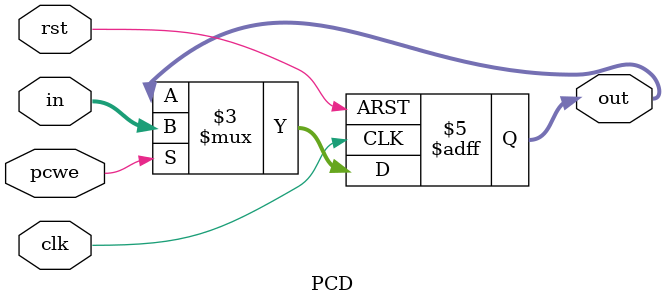
<source format=v>
`timescale 1ns / 1ps


module PCD(
input clk,
input rst,
input pcwe,
input [31:0] in,
output reg [31:0] out
    );
always @ (posedge clk or posedge rst)
if(rst) out<=32'b0;
else if(pcwe) out<=in;
else out<=out;
endmodule

</source>
